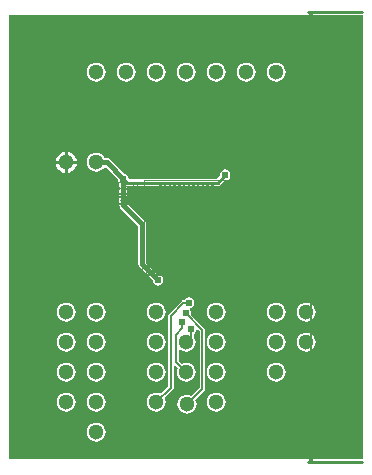
<source format=gbl>
G04 Layer_Physical_Order=2*
G04 Layer_Color=16711680*
%FSAX25Y25*%
%MOIN*%
G70*
G01*
G75*
%ADD24C,0.01000*%
%ADD25C,0.01500*%
%ADD26C,0.00600*%
%ADD29C,0.00800*%
%ADD31C,0.00200*%
%ADD32C,0.00300*%
%ADD33C,0.00394*%
%ADD34C,0.05118*%
%ADD35C,0.02400*%
%ADD36C,0.02598*%
G36*
X0059082Y-0079082D02*
X-0059082D01*
Y0069082D01*
X0059082D01*
Y-0079082D01*
D02*
G37*
%LPC*%
G36*
X-0040000Y-0036814D02*
X-0040825Y-0036922D01*
X-0041593Y-0037241D01*
X-0042253Y-0037747D01*
X-0042759Y-0038407D01*
X-0043078Y-0039175D01*
X-0043186Y-0040000D01*
X-0043078Y-0040825D01*
X-0042759Y-0041593D01*
X-0042253Y-0042253D01*
X-0041593Y-0042759D01*
X-0040825Y-0043078D01*
X-0040000Y-0043186D01*
X-0039175Y-0043078D01*
X-0038407Y-0042759D01*
X-0037747Y-0042253D01*
X-0037241Y-0041593D01*
X-0036922Y-0040825D01*
X-0036814Y-0040000D01*
X-0036922Y-0039175D01*
X-0037241Y-0038407D01*
X-0037747Y-0037747D01*
X-0038407Y-0037241D01*
X-0039175Y-0036922D01*
X-0040000Y-0036814D01*
D02*
G37*
G36*
X-0030000D02*
X-0030825Y-0036922D01*
X-0031593Y-0037241D01*
X-0032253Y-0037747D01*
X-0032759Y-0038407D01*
X-0033078Y-0039175D01*
X-0033186Y-0040000D01*
X-0033078Y-0040825D01*
X-0032759Y-0041593D01*
X-0032253Y-0042253D01*
X-0031593Y-0042759D01*
X-0030825Y-0043078D01*
X-0030000Y-0043186D01*
X-0029175Y-0043078D01*
X-0028407Y-0042759D01*
X-0027747Y-0042253D01*
X-0027241Y-0041593D01*
X-0026922Y-0040825D01*
X-0026814Y-0040000D01*
X-0026922Y-0039175D01*
X-0027241Y-0038407D01*
X-0027747Y-0037747D01*
X-0028407Y-0037241D01*
X-0029175Y-0036922D01*
X-0030000Y-0036814D01*
D02*
G37*
G36*
X0010000Y-0046814D02*
X0009175Y-0046922D01*
X0008407Y-0047241D01*
X0007747Y-0047747D01*
X0007241Y-0048407D01*
X0006922Y-0049175D01*
X0006814Y-0050000D01*
X0006922Y-0050825D01*
X0007241Y-0051593D01*
X0007747Y-0052253D01*
X0008407Y-0052759D01*
X0009175Y-0053078D01*
X0010000Y-0053186D01*
X0010825Y-0053078D01*
X0011593Y-0052759D01*
X0012253Y-0052253D01*
X0012759Y-0051593D01*
X0013078Y-0050825D01*
X0013186Y-0050000D01*
X0013078Y-0049175D01*
X0012759Y-0048407D01*
X0012253Y-0047747D01*
X0011593Y-0047241D01*
X0010825Y-0046922D01*
X0010000Y-0046814D01*
D02*
G37*
G36*
X0030000D02*
X0029175Y-0046922D01*
X0028407Y-0047241D01*
X0027747Y-0047747D01*
X0027241Y-0048407D01*
X0026922Y-0049175D01*
X0026814Y-0050000D01*
X0026922Y-0050825D01*
X0027241Y-0051593D01*
X0027747Y-0052253D01*
X0028407Y-0052759D01*
X0029175Y-0053078D01*
X0030000Y-0053186D01*
X0030825Y-0053078D01*
X0031593Y-0052759D01*
X0032253Y-0052253D01*
X0032759Y-0051593D01*
X0033078Y-0050825D01*
X0033186Y-0050000D01*
X0033078Y-0049175D01*
X0032759Y-0048407D01*
X0032253Y-0047747D01*
X0031593Y-0047241D01*
X0030825Y-0046922D01*
X0030000Y-0046814D01*
D02*
G37*
G36*
Y-0036814D02*
X0029175Y-0036922D01*
X0028407Y-0037241D01*
X0027747Y-0037747D01*
X0027241Y-0038407D01*
X0026922Y-0039175D01*
X0026814Y-0040000D01*
X0026922Y-0040825D01*
X0027241Y-0041593D01*
X0027747Y-0042253D01*
X0028407Y-0042759D01*
X0029175Y-0043078D01*
X0030000Y-0043186D01*
X0030825Y-0043078D01*
X0031593Y-0042759D01*
X0032253Y-0042253D01*
X0032759Y-0041593D01*
X0033078Y-0040825D01*
X0033186Y-0040000D01*
X0033078Y-0039175D01*
X0032759Y-0038407D01*
X0032253Y-0037747D01*
X0031593Y-0037241D01*
X0030825Y-0036922D01*
X0030000Y-0036814D01*
D02*
G37*
G36*
X0040000D02*
X0039175Y-0036922D01*
X0038407Y-0037241D01*
X0037747Y-0037747D01*
X0037241Y-0038407D01*
X0036922Y-0039175D01*
X0036814Y-0040000D01*
X0036922Y-0040825D01*
X0037241Y-0041593D01*
X0037747Y-0042253D01*
X0038407Y-0042759D01*
X0039175Y-0043078D01*
X0040000Y-0043186D01*
X0040825Y-0043078D01*
X0041593Y-0042759D01*
X0042253Y-0042253D01*
X0042759Y-0041593D01*
X0043078Y-0040825D01*
X0043186Y-0040000D01*
X0043078Y-0039175D01*
X0042759Y-0038407D01*
X0042253Y-0037747D01*
X0041593Y-0037241D01*
X0040825Y-0036922D01*
X0040000Y-0036814D01*
D02*
G37*
G36*
X-0010000D02*
X-0010825Y-0036922D01*
X-0011593Y-0037241D01*
X-0012253Y-0037747D01*
X-0012759Y-0038407D01*
X-0013078Y-0039175D01*
X-0013186Y-0040000D01*
X-0013078Y-0040825D01*
X-0012759Y-0041593D01*
X-0012253Y-0042253D01*
X-0011593Y-0042759D01*
X-0010825Y-0043078D01*
X-0010000Y-0043186D01*
X-0009175Y-0043078D01*
X-0008407Y-0042759D01*
X-0007747Y-0042253D01*
X-0007241Y-0041593D01*
X-0006922Y-0040825D01*
X-0006814Y-0040000D01*
X-0006922Y-0039175D01*
X-0007241Y-0038407D01*
X-0007747Y-0037747D01*
X-0008407Y-0037241D01*
X-0009175Y-0036922D01*
X-0010000Y-0036814D01*
D02*
G37*
G36*
X0010000D02*
X0009175Y-0036922D01*
X0008407Y-0037241D01*
X0007747Y-0037747D01*
X0007241Y-0038407D01*
X0006922Y-0039175D01*
X0006814Y-0040000D01*
X0006922Y-0040825D01*
X0007241Y-0041593D01*
X0007747Y-0042253D01*
X0008407Y-0042759D01*
X0009175Y-0043078D01*
X0010000Y-0043186D01*
X0010825Y-0043078D01*
X0011593Y-0042759D01*
X0012253Y-0042253D01*
X0012759Y-0041593D01*
X0013078Y-0040825D01*
X0013186Y-0040000D01*
X0013078Y-0039175D01*
X0012759Y-0038407D01*
X0012253Y-0037747D01*
X0011593Y-0037241D01*
X0010825Y-0036922D01*
X0010000Y-0036814D01*
D02*
G37*
G36*
X-0030000Y-0056814D02*
X-0030825Y-0056922D01*
X-0031593Y-0057241D01*
X-0032253Y-0057747D01*
X-0032759Y-0058407D01*
X-0033078Y-0059175D01*
X-0033186Y-0060000D01*
X-0033078Y-0060825D01*
X-0032759Y-0061593D01*
X-0032253Y-0062253D01*
X-0031593Y-0062759D01*
X-0030825Y-0063078D01*
X-0030000Y-0063186D01*
X-0029175Y-0063078D01*
X-0028407Y-0062759D01*
X-0027747Y-0062253D01*
X-0027241Y-0061593D01*
X-0026922Y-0060825D01*
X-0026814Y-0060000D01*
X-0026922Y-0059175D01*
X-0027241Y-0058407D01*
X-0027747Y-0057747D01*
X-0028407Y-0057241D01*
X-0029175Y-0056922D01*
X-0030000Y-0056814D01*
D02*
G37*
G36*
X0010000D02*
X0009175Y-0056922D01*
X0008407Y-0057241D01*
X0007747Y-0057747D01*
X0007241Y-0058407D01*
X0006922Y-0059175D01*
X0006814Y-0060000D01*
X0006922Y-0060825D01*
X0007241Y-0061593D01*
X0007747Y-0062253D01*
X0008407Y-0062759D01*
X0009175Y-0063078D01*
X0010000Y-0063186D01*
X0010825Y-0063078D01*
X0011593Y-0062759D01*
X0012253Y-0062253D01*
X0012759Y-0061593D01*
X0013078Y-0060825D01*
X0013186Y-0060000D01*
X0013078Y-0059175D01*
X0012759Y-0058407D01*
X0012253Y-0057747D01*
X0011593Y-0057241D01*
X0010825Y-0056922D01*
X0010000Y-0056814D01*
D02*
G37*
G36*
X-0030000Y-0066814D02*
X-0030825Y-0066922D01*
X-0031593Y-0067241D01*
X-0032253Y-0067747D01*
X-0032759Y-0068407D01*
X-0033078Y-0069175D01*
X-0033186Y-0070000D01*
X-0033078Y-0070825D01*
X-0032759Y-0071593D01*
X-0032253Y-0072253D01*
X-0031593Y-0072759D01*
X-0030825Y-0073078D01*
X-0030000Y-0073186D01*
X-0029175Y-0073078D01*
X-0028407Y-0072759D01*
X-0027747Y-0072253D01*
X-0027241Y-0071593D01*
X-0026922Y-0070825D01*
X-0026814Y-0070000D01*
X-0026922Y-0069175D01*
X-0027241Y-0068407D01*
X-0027747Y-0067747D01*
X-0028407Y-0067241D01*
X-0029175Y-0066922D01*
X-0030000Y-0066814D01*
D02*
G37*
G36*
X-0040000Y-0056814D02*
X-0040825Y-0056922D01*
X-0041593Y-0057241D01*
X-0042253Y-0057747D01*
X-0042759Y-0058407D01*
X-0043078Y-0059175D01*
X-0043186Y-0060000D01*
X-0043078Y-0060825D01*
X-0042759Y-0061593D01*
X-0042253Y-0062253D01*
X-0041593Y-0062759D01*
X-0040825Y-0063078D01*
X-0040000Y-0063186D01*
X-0039175Y-0063078D01*
X-0038407Y-0062759D01*
X-0037747Y-0062253D01*
X-0037241Y-0061593D01*
X-0036922Y-0060825D01*
X-0036814Y-0060000D01*
X-0036922Y-0059175D01*
X-0037241Y-0058407D01*
X-0037747Y-0057747D01*
X-0038407Y-0057241D01*
X-0039175Y-0056922D01*
X-0040000Y-0056814D01*
D02*
G37*
G36*
X-0030000Y-0046814D02*
X-0030825Y-0046922D01*
X-0031593Y-0047241D01*
X-0032253Y-0047747D01*
X-0032759Y-0048407D01*
X-0033078Y-0049175D01*
X-0033186Y-0050000D01*
X-0033078Y-0050825D01*
X-0032759Y-0051593D01*
X-0032253Y-0052253D01*
X-0031593Y-0052759D01*
X-0030825Y-0053078D01*
X-0030000Y-0053186D01*
X-0029175Y-0053078D01*
X-0028407Y-0052759D01*
X-0027747Y-0052253D01*
X-0027241Y-0051593D01*
X-0026922Y-0050825D01*
X-0026814Y-0050000D01*
X-0026922Y-0049175D01*
X-0027241Y-0048407D01*
X-0027747Y-0047747D01*
X-0028407Y-0047241D01*
X-0029175Y-0046922D01*
X-0030000Y-0046814D01*
D02*
G37*
G36*
X-0010000D02*
X-0010825Y-0046922D01*
X-0011593Y-0047241D01*
X-0012253Y-0047747D01*
X-0012759Y-0048407D01*
X-0013078Y-0049175D01*
X-0013186Y-0050000D01*
X-0013078Y-0050825D01*
X-0012759Y-0051593D01*
X-0012253Y-0052253D01*
X-0011593Y-0052759D01*
X-0010825Y-0053078D01*
X-0010000Y-0053186D01*
X-0009175Y-0053078D01*
X-0008407Y-0052759D01*
X-0007747Y-0052253D01*
X-0007241Y-0051593D01*
X-0006922Y-0050825D01*
X-0006814Y-0050000D01*
X-0006922Y-0049175D01*
X-0007241Y-0048407D01*
X-0007747Y-0047747D01*
X-0008407Y-0047241D01*
X-0009175Y-0046922D01*
X-0010000Y-0046814D01*
D02*
G37*
G36*
X0000841Y-0025085D02*
X0000139Y-0025224D01*
X-0000457Y-0025622D01*
X-0000711Y-0026002D01*
X-0000892D01*
X-0001244Y-0026072D01*
X-0001541Y-0026271D01*
X-0005770Y-0030500D01*
X-0005969Y-0030797D01*
X-0006038Y-0031148D01*
Y-0054741D01*
X-0008500Y-0057202D01*
X-0009175Y-0056922D01*
X-0010000Y-0056814D01*
X-0010825Y-0056922D01*
X-0011593Y-0057241D01*
X-0012253Y-0057747D01*
X-0012759Y-0058407D01*
X-0013078Y-0059175D01*
X-0013186Y-0060000D01*
X-0013078Y-0060825D01*
X-0012759Y-0061593D01*
X-0012253Y-0062253D01*
X-0011593Y-0062759D01*
X-0010825Y-0063078D01*
X-0010000Y-0063186D01*
X-0009175Y-0063078D01*
X-0008407Y-0062759D01*
X-0007747Y-0062253D01*
X-0007241Y-0061593D01*
X-0006922Y-0060825D01*
X-0006814Y-0060000D01*
X-0006922Y-0059175D01*
X-0007202Y-0058500D01*
X-0004472Y-0055770D01*
X-0004273Y-0055472D01*
X-0004203Y-0055121D01*
Y-0047802D01*
X-0003703Y-0047594D01*
X-0002798Y-0048500D01*
X-0003078Y-0049175D01*
X-0003186Y-0050000D01*
X-0003078Y-0050825D01*
X-0002759Y-0051593D01*
X-0002253Y-0052253D01*
X-0001593Y-0052759D01*
X-0000825Y-0053078D01*
X0000000Y-0053186D01*
X0000825Y-0053078D01*
X0001593Y-0052759D01*
X0002253Y-0052253D01*
X0002759Y-0051593D01*
X0003078Y-0050825D01*
X0003186Y-0050000D01*
X0003078Y-0049175D01*
X0002759Y-0048407D01*
X0002253Y-0047747D01*
X0001593Y-0047241D01*
X0000825Y-0046922D01*
X0000000Y-0046814D01*
X-0000825Y-0046922D01*
X-0001500Y-0047202D01*
X-0002541Y-0046161D01*
Y-0042662D01*
X-0002041Y-0042415D01*
X-0001593Y-0042759D01*
X-0000825Y-0043078D01*
X0000000Y-0043186D01*
X0000825Y-0043078D01*
X0001593Y-0042759D01*
X0002253Y-0042253D01*
X0002759Y-0041593D01*
X0003078Y-0040825D01*
X0003186Y-0040000D01*
X0003078Y-0039175D01*
X0002759Y-0038407D01*
X0002569Y-0038159D01*
Y-0037133D01*
X0002949Y-0036879D01*
X0003347Y-0036283D01*
X0003422Y-0035909D01*
X0003964Y-0035744D01*
X0004477Y-0036257D01*
Y-0055178D01*
X0001789Y-0057866D01*
X0001113Y-0057586D01*
X0000289Y-0057477D01*
X-0000536Y-0057586D01*
X-0001305Y-0057904D01*
X-0001964Y-0058411D01*
X-0002471Y-0059070D01*
X-0002789Y-0059839D01*
X-0002898Y-0060664D01*
X-0002789Y-0061488D01*
X-0002471Y-0062257D01*
X-0001964Y-0062917D01*
X-0001305Y-0063423D01*
X-0000536Y-0063741D01*
X0000289Y-0063850D01*
X0001113Y-0063741D01*
X0001882Y-0063423D01*
X0002542Y-0062917D01*
X0003048Y-0062257D01*
X0003366Y-0061488D01*
X0003475Y-0060664D01*
X0003366Y-0059839D01*
X0003087Y-0059163D01*
X0006043Y-0056207D01*
X0006242Y-0055909D01*
X0006312Y-0055558D01*
Y-0035877D01*
X0006242Y-0035526D01*
X0006043Y-0035228D01*
X0001689Y-0030873D01*
X0001778Y-0030425D01*
X0001638Y-0029723D01*
X0001275Y-0029179D01*
X0001319Y-0028906D01*
X0001413Y-0028641D01*
X0001543Y-0028615D01*
X0002139Y-0028218D01*
X0002537Y-0027622D01*
X0002676Y-0026920D01*
X0002537Y-0026217D01*
X0002139Y-0025622D01*
X0001543Y-0025224D01*
X0000841Y-0025085D01*
D02*
G37*
G36*
X-0040000Y-0046814D02*
X-0040825Y-0046922D01*
X-0041593Y-0047241D01*
X-0042253Y-0047747D01*
X-0042759Y-0048407D01*
X-0043078Y-0049175D01*
X-0043186Y-0050000D01*
X-0043078Y-0050825D01*
X-0042759Y-0051593D01*
X-0042253Y-0052253D01*
X-0041593Y-0052759D01*
X-0040825Y-0053078D01*
X-0040000Y-0053186D01*
X-0039175Y-0053078D01*
X-0038407Y-0052759D01*
X-0037747Y-0052253D01*
X-0037241Y-0051593D01*
X-0036922Y-0050825D01*
X-0036814Y-0050000D01*
X-0036922Y-0049175D01*
X-0037241Y-0048407D01*
X-0037747Y-0047747D01*
X-0038407Y-0047241D01*
X-0039175Y-0046922D01*
X-0040000Y-0046814D01*
D02*
G37*
G36*
Y-0026814D02*
X-0040825Y-0026922D01*
X-0041593Y-0027241D01*
X-0042253Y-0027747D01*
X-0042759Y-0028407D01*
X-0043078Y-0029175D01*
X-0043186Y-0030000D01*
X-0043078Y-0030825D01*
X-0042759Y-0031593D01*
X-0042253Y-0032253D01*
X-0041593Y-0032759D01*
X-0040825Y-0033078D01*
X-0040000Y-0033186D01*
X-0039175Y-0033078D01*
X-0038407Y-0032759D01*
X-0037747Y-0032253D01*
X-0037241Y-0031593D01*
X-0036922Y-0030825D01*
X-0036814Y-0030000D01*
X-0036922Y-0029175D01*
X-0037241Y-0028407D01*
X-0037747Y-0027747D01*
X-0038407Y-0027241D01*
X-0039175Y-0026922D01*
X-0040000Y-0026814D01*
D02*
G37*
G36*
X-0020000Y0053186D02*
X-0020825Y0053078D01*
X-0021593Y0052759D01*
X-0022253Y0052253D01*
X-0022759Y0051593D01*
X-0023078Y0050825D01*
X-0023186Y0050000D01*
X-0023078Y0049175D01*
X-0022759Y0048407D01*
X-0022253Y0047747D01*
X-0021593Y0047241D01*
X-0020825Y0046922D01*
X-0020000Y0046814D01*
X-0019175Y0046922D01*
X-0018407Y0047241D01*
X-0017747Y0047747D01*
X-0017241Y0048407D01*
X-0016922Y0049175D01*
X-0016814Y0050000D01*
X-0016922Y0050825D01*
X-0017241Y0051593D01*
X-0017747Y0052253D01*
X-0018407Y0052759D01*
X-0019175Y0053078D01*
X-0020000Y0053186D01*
D02*
G37*
G36*
X-0010000D02*
X-0010825Y0053078D01*
X-0011593Y0052759D01*
X-0012253Y0052253D01*
X-0012759Y0051593D01*
X-0013078Y0050825D01*
X-0013186Y0050000D01*
X-0013078Y0049175D01*
X-0012759Y0048407D01*
X-0012253Y0047747D01*
X-0011593Y0047241D01*
X-0010825Y0046922D01*
X-0010000Y0046814D01*
X-0009175Y0046922D01*
X-0008407Y0047241D01*
X-0007747Y0047747D01*
X-0007241Y0048407D01*
X-0006922Y0049175D01*
X-0006814Y0050000D01*
X-0006922Y0050825D01*
X-0007241Y0051593D01*
X-0007747Y0052253D01*
X-0008407Y0052759D01*
X-0009175Y0053078D01*
X-0010000Y0053186D01*
D02*
G37*
G36*
X-0039500Y0023524D02*
Y0020500D01*
X-0036476D01*
X-0036533Y0020929D01*
X-0036891Y0021795D01*
X-0037462Y0022538D01*
X-0038205Y0023109D01*
X-0039071Y0023467D01*
X-0039500Y0023524D01*
D02*
G37*
G36*
X-0030000Y0053186D02*
X-0030825Y0053078D01*
X-0031593Y0052759D01*
X-0032253Y0052253D01*
X-0032759Y0051593D01*
X-0033078Y0050825D01*
X-0033186Y0050000D01*
X-0033078Y0049175D01*
X-0032759Y0048407D01*
X-0032253Y0047747D01*
X-0031593Y0047241D01*
X-0030825Y0046922D01*
X-0030000Y0046814D01*
X-0029175Y0046922D01*
X-0028407Y0047241D01*
X-0027747Y0047747D01*
X-0027241Y0048407D01*
X-0026922Y0049175D01*
X-0026814Y0050000D01*
X-0026922Y0050825D01*
X-0027241Y0051593D01*
X-0027747Y0052253D01*
X-0028407Y0052759D01*
X-0029175Y0053078D01*
X-0030000Y0053186D01*
D02*
G37*
G36*
X0020000D02*
X0019175Y0053078D01*
X0018407Y0052759D01*
X0017747Y0052253D01*
X0017241Y0051593D01*
X0016922Y0050825D01*
X0016814Y0050000D01*
X0016922Y0049175D01*
X0017241Y0048407D01*
X0017747Y0047747D01*
X0018407Y0047241D01*
X0019175Y0046922D01*
X0020000Y0046814D01*
X0020825Y0046922D01*
X0021593Y0047241D01*
X0022253Y0047747D01*
X0022759Y0048407D01*
X0023078Y0049175D01*
X0023186Y0050000D01*
X0023078Y0050825D01*
X0022759Y0051593D01*
X0022253Y0052253D01*
X0021593Y0052759D01*
X0020825Y0053078D01*
X0020000Y0053186D01*
D02*
G37*
G36*
X0030000D02*
X0029175Y0053078D01*
X0028407Y0052759D01*
X0027747Y0052253D01*
X0027241Y0051593D01*
X0026922Y0050825D01*
X0026814Y0050000D01*
X0026922Y0049175D01*
X0027241Y0048407D01*
X0027747Y0047747D01*
X0028407Y0047241D01*
X0029175Y0046922D01*
X0030000Y0046814D01*
X0030825Y0046922D01*
X0031593Y0047241D01*
X0032253Y0047747D01*
X0032759Y0048407D01*
X0033078Y0049175D01*
X0033186Y0050000D01*
X0033078Y0050825D01*
X0032759Y0051593D01*
X0032253Y0052253D01*
X0031593Y0052759D01*
X0030825Y0053078D01*
X0030000Y0053186D01*
D02*
G37*
G36*
X0000000D02*
X-0000825Y0053078D01*
X-0001593Y0052759D01*
X-0002253Y0052253D01*
X-0002759Y0051593D01*
X-0003078Y0050825D01*
X-0003186Y0050000D01*
X-0003078Y0049175D01*
X-0002759Y0048407D01*
X-0002253Y0047747D01*
X-0001593Y0047241D01*
X-0000825Y0046922D01*
X0000000Y0046814D01*
X0000825Y0046922D01*
X0001593Y0047241D01*
X0002253Y0047747D01*
X0002759Y0048407D01*
X0003078Y0049175D01*
X0003186Y0050000D01*
X0003078Y0050825D01*
X0002759Y0051593D01*
X0002253Y0052253D01*
X0001593Y0052759D01*
X0000825Y0053078D01*
X0000000Y0053186D01*
D02*
G37*
G36*
X0010000D02*
X0009175Y0053078D01*
X0008407Y0052759D01*
X0007747Y0052253D01*
X0007241Y0051593D01*
X0006922Y0050825D01*
X0006814Y0050000D01*
X0006922Y0049175D01*
X0007241Y0048407D01*
X0007747Y0047747D01*
X0008407Y0047241D01*
X0009175Y0046922D01*
X0010000Y0046814D01*
X0010825Y0046922D01*
X0011593Y0047241D01*
X0012253Y0047747D01*
X0012759Y0048407D01*
X0013078Y0049175D01*
X0013186Y0050000D01*
X0013078Y0050825D01*
X0012759Y0051593D01*
X0012253Y0052253D01*
X0011593Y0052759D01*
X0010825Y0053078D01*
X0010000Y0053186D01*
D02*
G37*
G36*
X-0040500Y0023524D02*
X-0040929Y0023467D01*
X-0041795Y0023109D01*
X-0042538Y0022538D01*
X-0043109Y0021795D01*
X-0043467Y0020929D01*
X-0043524Y0020500D01*
X-0040500D01*
Y0023524D01*
D02*
G37*
G36*
X0010000Y-0026814D02*
X0009175Y-0026922D01*
X0008407Y-0027241D01*
X0007747Y-0027747D01*
X0007241Y-0028407D01*
X0006922Y-0029175D01*
X0006814Y-0030000D01*
X0006922Y-0030825D01*
X0007241Y-0031593D01*
X0007747Y-0032253D01*
X0008407Y-0032759D01*
X0009175Y-0033078D01*
X0010000Y-0033186D01*
X0010825Y-0033078D01*
X0011593Y-0032759D01*
X0012253Y-0032253D01*
X0012759Y-0031593D01*
X0013078Y-0030825D01*
X0013186Y-0030000D01*
X0013078Y-0029175D01*
X0012759Y-0028407D01*
X0012253Y-0027747D01*
X0011593Y-0027241D01*
X0010825Y-0026922D01*
X0010000Y-0026814D01*
D02*
G37*
G36*
X0030000D02*
X0029175Y-0026922D01*
X0028407Y-0027241D01*
X0027747Y-0027747D01*
X0027241Y-0028407D01*
X0026922Y-0029175D01*
X0026814Y-0030000D01*
X0026922Y-0030825D01*
X0027241Y-0031593D01*
X0027747Y-0032253D01*
X0028407Y-0032759D01*
X0029175Y-0033078D01*
X0030000Y-0033186D01*
X0030825Y-0033078D01*
X0031593Y-0032759D01*
X0032253Y-0032253D01*
X0032759Y-0031593D01*
X0033078Y-0030825D01*
X0033186Y-0030000D01*
X0033078Y-0029175D01*
X0032759Y-0028407D01*
X0032253Y-0027747D01*
X0031593Y-0027241D01*
X0030825Y-0026922D01*
X0030000Y-0026814D01*
D02*
G37*
G36*
X-0030000D02*
X-0030825Y-0026922D01*
X-0031593Y-0027241D01*
X-0032253Y-0027747D01*
X-0032759Y-0028407D01*
X-0033078Y-0029175D01*
X-0033186Y-0030000D01*
X-0033078Y-0030825D01*
X-0032759Y-0031593D01*
X-0032253Y-0032253D01*
X-0031593Y-0032759D01*
X-0030825Y-0033078D01*
X-0030000Y-0033186D01*
X-0029175Y-0033078D01*
X-0028407Y-0032759D01*
X-0027747Y-0032253D01*
X-0027241Y-0031593D01*
X-0026922Y-0030825D01*
X-0026814Y-0030000D01*
X-0026922Y-0029175D01*
X-0027241Y-0028407D01*
X-0027747Y-0027747D01*
X-0028407Y-0027241D01*
X-0029175Y-0026922D01*
X-0030000Y-0026814D01*
D02*
G37*
G36*
X-0010000D02*
X-0010825Y-0026922D01*
X-0011593Y-0027241D01*
X-0012253Y-0027747D01*
X-0012759Y-0028407D01*
X-0013078Y-0029175D01*
X-0013186Y-0030000D01*
X-0013078Y-0030825D01*
X-0012759Y-0031593D01*
X-0012253Y-0032253D01*
X-0011593Y-0032759D01*
X-0010825Y-0033078D01*
X-0010000Y-0033186D01*
X-0009175Y-0033078D01*
X-0008407Y-0032759D01*
X-0007747Y-0032253D01*
X-0007241Y-0031593D01*
X-0006922Y-0030825D01*
X-0006814Y-0030000D01*
X-0006922Y-0029175D01*
X-0007241Y-0028407D01*
X-0007747Y-0027747D01*
X-0008407Y-0027241D01*
X-0009175Y-0026922D01*
X-0010000Y-0026814D01*
D02*
G37*
G36*
X-0040500Y0019500D02*
X-0043524D01*
X-0043467Y0019071D01*
X-0043109Y0018205D01*
X-0042538Y0017462D01*
X-0041795Y0016891D01*
X-0040929Y0016533D01*
X-0040500Y0016476D01*
Y0019500D01*
D02*
G37*
G36*
X-0036476D02*
X-0039500D01*
Y0016476D01*
X-0039071Y0016533D01*
X-0038205Y0016891D01*
X-0037462Y0017462D01*
X-0036891Y0018205D01*
X-0036533Y0019071D01*
X-0036476Y0019500D01*
D02*
G37*
G36*
X0040000Y-0026814D02*
X0039175Y-0026922D01*
X0038407Y-0027241D01*
X0037747Y-0027747D01*
X0037241Y-0028407D01*
X0036922Y-0029175D01*
X0036814Y-0030000D01*
X0036922Y-0030825D01*
X0037241Y-0031593D01*
X0037747Y-0032253D01*
X0038407Y-0032759D01*
X0039175Y-0033078D01*
X0040000Y-0033186D01*
X0040825Y-0033078D01*
X0041593Y-0032759D01*
X0042253Y-0032253D01*
X0042759Y-0031593D01*
X0043078Y-0030825D01*
X0043186Y-0030000D01*
X0043078Y-0029175D01*
X0042759Y-0028407D01*
X0042253Y-0027747D01*
X0041593Y-0027241D01*
X0040825Y-0026922D01*
X0040000Y-0026814D01*
D02*
G37*
G36*
X-0030000Y0023186D02*
X-0030825Y0023078D01*
X-0031593Y0022759D01*
X-0032253Y0022253D01*
X-0032759Y0021593D01*
X-0033078Y0020825D01*
X-0033186Y0020000D01*
X-0033078Y0019175D01*
X-0032759Y0018407D01*
X-0032253Y0017747D01*
X-0031593Y0017241D01*
X-0030825Y0016922D01*
X-0030000Y0016814D01*
X-0029175Y0016922D01*
X-0028407Y0017241D01*
X-0027747Y0017747D01*
X-0027383Y0018221D01*
X-0026851Y0018316D01*
X-0026747Y0018292D01*
X-0022792Y0014337D01*
X-0022680Y0013774D01*
X-0022361Y0013296D01*
Y0005666D01*
X-0022256Y0005139D01*
X-0021958Y0004692D01*
X-0015971Y-0001294D01*
Y-0014105D01*
X-0015867Y-0014632D01*
X-0015568Y-0015078D01*
X-0011208Y-0019439D01*
X-0011096Y-0020002D01*
X-0010698Y-0020598D01*
X-0010102Y-0020996D01*
X-0009400Y-0021135D01*
X-0008698Y-0020996D01*
X-0008102Y-0020598D01*
X-0007704Y-0020002D01*
X-0007565Y-0019300D01*
X-0007704Y-0018598D01*
X-0008102Y-0018002D01*
X-0008698Y-0017604D01*
X-0009261Y-0017492D01*
X-0013218Y-0013535D01*
Y-0000724D01*
X-0013323Y-0000197D01*
X-0013622Y0000250D01*
X-0019608Y0006236D01*
Y0012078D01*
X0010499D01*
X0010499Y0012078D01*
X0010928Y0012164D01*
X0011292Y0012407D01*
X0012891Y0014007D01*
X0013099Y0013965D01*
X0013802Y0014105D01*
X0014397Y0014503D01*
X0014795Y0015098D01*
X0014935Y0015801D01*
X0014795Y0016503D01*
X0014397Y0017098D01*
X0013802Y0017496D01*
X0013099Y0017636D01*
X0012397Y0017496D01*
X0011802Y0017098D01*
X0011404Y0016503D01*
X0011264Y0015801D01*
X0011305Y0015593D01*
X0010034Y0014322D01*
X-0019022D01*
X-0019149Y0014476D01*
X-0019289Y0015179D01*
X-0019687Y0015774D01*
X-0020282Y0016172D01*
X-0020845Y0016284D01*
X-0025535Y0020973D01*
X-0025981Y0021272D01*
X-0026508Y0021376D01*
X-0027151D01*
X-0027241Y0021593D01*
X-0027747Y0022253D01*
X-0028407Y0022759D01*
X-0029175Y0023078D01*
X-0030000Y0023186D01*
D02*
G37*
%LPD*%
D24*
X-0020984Y0014476D02*
X-0019708Y0013200D01*
X0010499D02*
X0013099Y0015801D01*
X-0019708Y0013200D02*
X0010499D01*
X0040700Y-0080000D02*
X0058700D01*
X0040700Y0070000D02*
X0058700D01*
D25*
X-0030000Y0020000D02*
X-0026508D01*
X-0020984Y0014476D01*
Y0005666D02*
Y0014476D01*
X-0014595Y-0014105D02*
Y-0000724D01*
X-0020984Y0005666D02*
X-0014595Y-0000724D01*
Y-0014105D02*
X-0009400Y-0019300D01*
D26*
X0000000Y-0040000D02*
X0001652Y-0038348D01*
X-0003459Y-0046541D02*
X0000000Y-0050000D01*
X0005394Y-0055558D02*
Y-0035877D01*
X0000289Y-0060664D02*
X0005394Y-0055558D01*
X-0010000Y-0060000D02*
X-0005121Y-0055121D01*
Y-0031148D01*
X-0003459Y-0046541D02*
Y-0037562D01*
X-0001274Y-0035377D01*
X-0000058Y-0030425D02*
X0005394Y-0035877D01*
X-0001274Y-0035377D02*
Y-0033437D01*
X0001652Y-0038348D02*
Y-0035581D01*
X-0005121Y-0031148D02*
X-0000892Y-0026920D01*
X0000841D01*
X0040634Y-0022428D02*
X0039801Y-0021595D01*
Y-0019929D01*
X0040634Y-0019096D01*
X0041467D01*
X0042300Y-0019929D01*
Y-0020762D01*
Y-0019929D01*
X0043133Y-0019096D01*
X0043966D01*
X0044799Y-0019929D01*
Y-0021595D01*
X0043966Y-0022428D01*
X0040634Y-0017430D02*
X0039801Y-0016597D01*
Y-0014931D01*
X0040634Y-0014098D01*
X0041467D01*
X0042300Y-0014931D01*
X0043133Y-0014098D01*
X0043966D01*
X0044799Y-0014931D01*
Y-0016597D01*
X0043966Y-0017430D01*
X0043133D01*
X0042300Y-0016597D01*
X0041467Y-0017430D01*
X0040634D01*
X0042300Y-0016597D02*
Y-0014931D01*
X0044799Y-0012431D02*
X0043966D01*
Y-0011598D01*
X0044799D01*
Y-0012431D01*
Y-0008266D02*
Y-0006600D01*
Y-0007433D01*
X0039801D01*
X0040634Y-0008266D01*
Y-0004101D02*
X0039801Y-0003268D01*
Y-0001602D01*
X0040634Y-0000769D01*
X0043966D01*
X0044799Y-0001602D01*
Y-0003268D01*
X0043966Y-0004101D01*
X0040634D01*
X0044799Y0000898D02*
X0041467D01*
Y0001731D01*
X0042300Y0002564D01*
X0044799D01*
X0042300D01*
X0041467Y0003397D01*
X0042300Y0004230D01*
X0044799D01*
Y0005896D02*
X0041467D01*
Y0006729D01*
X0042300Y0007562D01*
X0044799D01*
X0042300D01*
X0041467Y0008395D01*
X0042300Y0009228D01*
X0044799D01*
D29*
X0041700Y-0080000D02*
Y-0024028D01*
Y0010828D02*
Y0070000D01*
Y-0080000D02*
X0043033Y-0076000D01*
X0040367D02*
X0041700Y-0080000D01*
X0040367Y0066000D02*
X0041700Y0070000D01*
X0043033Y0066000D01*
D31*
X-0031471Y-0010483D02*
X-0031467Y-0011683D01*
X-0030867Y-0011681D01*
X-0030668Y-0011480D01*
X-0030670Y-0010680D01*
X-0030871Y-0010481D01*
X-0031471Y-0010483D01*
X-0029667Y-0011677D02*
X-0030067Y-0011678D01*
X-0030268Y-0011479D01*
X-0030269Y-0011079D01*
X-0030070Y-0010878D01*
X-0029670Y-0010877D01*
X-0029470Y-0011076D01*
X-0029469Y-0011276D01*
X-0030269Y-0011279D01*
X-0029068Y-0011675D02*
X-0028468Y-0011673D01*
X-0028269Y-0011472D01*
X-0028469Y-0011273D01*
X-0028869Y-0011274D01*
X-0029070Y-0011075D01*
X-0028870Y-0010874D01*
X-0028271Y-0010872D01*
X-0027868Y-0011671D02*
X-0027468Y-0011670D01*
X-0027668Y-0011670D01*
X-0027671Y-0010870D01*
X-0027871Y-0010871D01*
X-0026467Y-0012066D02*
X-0026267Y-0012065D01*
X-0026068Y-0011865D01*
X-0026071Y-0010865D01*
X-0026671Y-0010867D01*
X-0026870Y-0011068D01*
X-0026869Y-0011468D01*
X-0026669Y-0011667D01*
X-0026069Y-0011665D01*
X-0025669Y-0011664D02*
X-0025671Y-0010864D01*
X-0025072Y-0010862D01*
X-0024871Y-0011061D01*
X-0024869Y-0011661D01*
X-0024272Y-0010859D02*
X-0023872Y-0010858D01*
X-0023672Y-0011057D01*
X-0023670Y-0011657D01*
X-0024269Y-0011659D01*
X-0024470Y-0011460D01*
X-0024271Y-0011259D01*
X-0023671Y-0011257D01*
X-0023073Y-0010655D02*
X-0023072Y-0010855D01*
X-0023272Y-0010856D01*
X-0022872Y-0010855D01*
X-0023072Y-0010855D01*
X-0023070Y-0011455D01*
X-0022870Y-0011654D01*
X-0022070Y-0011652D02*
X-0021670Y-0011650D01*
X-0021471Y-0011450D01*
X-0021472Y-0011050D01*
X-0021673Y-0010851D01*
X-0022073Y-0010852D01*
X-0022272Y-0011052D01*
X-0022271Y-0011452D01*
X-0022070Y-0011652D01*
X-0021073Y-0010849D02*
X-0021070Y-0011648D01*
X-0021072Y-0011248D01*
X-0020872Y-0011048D01*
X-0020673Y-0010847D01*
X-0020473Y-0010847D01*
X-0004100Y0026300D02*
X-0004300Y0026500D01*
X-0004700D01*
X-0004900Y0026300D01*
Y0025500D01*
X-0004700Y0025300D01*
X-0004300D01*
X-0004100Y0025500D01*
X-0003700Y0025300D02*
X-0003300D01*
X-0003500D01*
Y0026500D01*
X-0003700Y0026300D01*
X-0002701D02*
X-0002501Y0026500D01*
X-0002101D01*
X-0001901Y0026300D01*
Y0026100D01*
X-0002101Y0025900D01*
X-0002301D01*
X-0002101D01*
X-0001901Y0025700D01*
Y0025500D01*
X-0002101Y0025300D01*
X-0002501D01*
X-0002701Y0025500D01*
X-0014131Y0029108D02*
X-0015049Y0028337D01*
X-0014536Y0027724D01*
X-0013513Y0028060D02*
X-0013231Y0028036D01*
X-0012974Y0027729D01*
X-0012999Y0027448D01*
X-0013152Y0027319D01*
X-0013433Y0027344D01*
X-0013562Y0027497D01*
X-0013433Y0027344D01*
X-0013458Y0027062D01*
X-0013611Y0026934D01*
X-0013893Y0026958D01*
X-0014150Y0027264D01*
X-0014125Y0027546D01*
X0020400Y-0001400D02*
Y-0002600D01*
X0021200D01*
X0021600D02*
X0022000D01*
X0021800D01*
Y-0001400D01*
X0021600Y-0001600D01*
X-0023400Y0002700D02*
X-0023200Y0002900D01*
Y0003300D01*
X-0023400Y0003500D01*
X-0024200D01*
X-0024400Y0003300D01*
Y0002900D01*
X-0024200Y0002700D01*
X-0024400Y0002300D02*
Y0001901D01*
Y0002101D01*
X-0023200D01*
X-0023400Y0002300D01*
X-0024400Y0001301D02*
Y0000901D01*
Y0001101D01*
X-0023200D01*
X-0023400Y0001301D01*
X0015500Y0017200D02*
X0015300Y0017000D01*
Y0016601D01*
X0015500Y0016401D01*
X0016299D01*
X0016499Y0016601D01*
Y0017000D01*
X0016299Y0017200D01*
X0015500Y0017600D02*
X0015300Y0017800D01*
Y0018200D01*
X0015500Y0018400D01*
X0015700D01*
X0015900Y0018200D01*
X0016100Y0018400D01*
X0016299D01*
X0016499Y0018200D01*
Y0017800D01*
X0016299Y0017600D01*
X0016100D01*
X0015900Y0017800D01*
X0015700Y0017600D01*
X0015500D01*
X0015900Y0017800D02*
Y0018200D01*
X0019900Y0010700D02*
X0019700Y0010900D01*
X0019300D01*
X0019100Y0010700D01*
Y0009900D01*
X0019300Y0009700D01*
X0019700D01*
X0019900Y0009900D01*
X0020300Y0010900D02*
X0021099D01*
Y0010700D01*
X0020300Y0009900D01*
Y0009700D01*
X0021700Y0006400D02*
X0021900Y0006200D01*
X0022300D01*
X0022500Y0006400D01*
Y0007200D01*
X0022300Y0007400D01*
X0021900D01*
X0021700Y0007200D01*
X0020501Y0006200D02*
X0020900Y0006400D01*
X0021300Y0006800D01*
Y0007200D01*
X0021101Y0007400D01*
X0020701D01*
X0020501Y0007200D01*
Y0007000D01*
X0020701Y0006800D01*
X0021300D01*
X-0010300Y-0016500D02*
X-0010100Y-0016700D01*
X-0009700D01*
X-0009500Y-0016500D01*
Y-0015700D01*
X-0009700Y-0015500D01*
X-0010100D01*
X-0010300Y-0015700D01*
X-0011499Y-0016700D02*
X-0010700D01*
Y-0016100D01*
X-0011100Y-0016300D01*
X-0011299D01*
X-0011499Y-0016100D01*
Y-0015700D01*
X-0011299Y-0015500D01*
X-0010900D01*
X-0010700Y-0015700D01*
X-0020100Y0007000D02*
X-0019900Y0006800D01*
X-0019500D01*
X-0019300Y0007000D01*
Y0007800D01*
X-0019500Y0008000D01*
X-0019900D01*
X-0020100Y0007800D01*
X-0021099Y0008000D02*
Y0006800D01*
X-0020500Y0007400D01*
X-0021299D01*
X0016900Y0000900D02*
X0017100Y0001100D01*
Y0001500D01*
X0016900Y0001700D01*
X0016100D01*
X0015900Y0001500D01*
Y0001100D01*
X0016100Y0000900D01*
X0016900Y0000500D02*
X0017100Y0000301D01*
Y-0000099D01*
X0016900Y-0000299D01*
X0016700D01*
X0016500Y-0000099D01*
Y0000100D01*
Y-0000099D01*
X0016300Y-0000299D01*
X0016100D01*
X0015900Y-0000099D01*
Y0000301D01*
X0016100Y0000500D01*
X0019000Y0017200D02*
X0018800Y0017000D01*
Y0016601D01*
X0019000Y0016401D01*
X0019799D01*
X0019999Y0016601D01*
Y0017000D01*
X0019799Y0017200D01*
X0019999Y0018400D02*
Y0017600D01*
X0019200Y0018400D01*
X0019000D01*
X0018800Y0018200D01*
Y0017800D01*
X0019000Y0017600D01*
X0033799Y0019001D02*
X0033999Y0019201D01*
Y0019601D01*
X0033799Y0019801D01*
X0032999D01*
X0032799Y0019601D01*
Y0019201D01*
X0032999Y0019001D01*
X0032799Y0018601D02*
Y0018201D01*
Y0018401D01*
X0033999D01*
X0033799Y0018601D01*
D32*
X-0027900Y0004799D02*
X-0029400D01*
Y0004050D01*
X-0029150Y0003799D01*
X-0028150D01*
X-0027900Y0004050D01*
Y0004799D01*
X-0029400Y0002550D02*
Y0003050D01*
X-0029150Y0003300D01*
X-0028650D01*
X-0028400Y0003050D01*
Y0002550D01*
X-0028650Y0002300D01*
X-0028900D01*
Y0003300D01*
X-0029400Y0001800D02*
Y0001050D01*
X-0029150Y0000800D01*
X-0028900Y0001050D01*
Y0001550D01*
X-0028650Y0001800D01*
X-0028400Y0001550D01*
Y0000800D01*
X-0029400Y0000301D02*
Y-0000199D01*
Y0000051D01*
X-0028400D01*
Y0000301D01*
X-0029900Y-0001449D02*
Y-0001699D01*
X-0029650Y-0001949D01*
X-0028400D01*
Y-0001199D01*
X-0028650Y-0000949D01*
X-0029150D01*
X-0029400Y-0001199D01*
Y-0001949D01*
Y-0002448D02*
X-0028400D01*
Y-0003198D01*
X-0028650Y-0003448D01*
X-0029400D01*
X-0028400Y-0004198D02*
Y-0004698D01*
X-0028650Y-0004948D01*
X-0029400D01*
Y-0004198D01*
X-0029150Y-0003948D01*
X-0028900Y-0004198D01*
Y-0004948D01*
X-0028150Y-0005697D02*
X-0028400D01*
Y-0005447D01*
Y-0005947D01*
Y-0005697D01*
X-0029150D01*
X-0029400Y-0005947D01*
Y-0006947D02*
Y-0007447D01*
X-0029150Y-0007697D01*
X-0028650D01*
X-0028400Y-0007447D01*
Y-0006947D01*
X-0028650Y-0006697D01*
X-0029150D01*
X-0029400Y-0006947D01*
X-0028400Y-0008197D02*
X-0029400D01*
X-0028900D01*
X-0028650Y-0008447D01*
X-0028400Y-0008697D01*
Y-0008946D01*
X-0030715Y0012472D02*
Y0010973D01*
X-0029965D01*
X-0029715Y0011223D01*
Y0012223D01*
X-0029965Y0012472D01*
X-0030715D01*
X-0028466Y0010973D02*
X-0028965D01*
X-0029215Y0011223D01*
Y0011723D01*
X-0028965Y0011973D01*
X-0028466D01*
X-0028216Y0011723D01*
Y0011473D01*
X-0029215D01*
X-0027716Y0010973D02*
X-0026966D01*
X-0026716Y0011223D01*
X-0026966Y0011473D01*
X-0027466D01*
X-0027716Y0011723D01*
X-0027466Y0011973D01*
X-0026716D01*
X-0026216Y0010973D02*
X-0025716D01*
X-0025966D01*
Y0011973D01*
X-0026216D01*
X-0024467Y0010473D02*
X-0024217D01*
X-0023967Y0010723D01*
Y0011973D01*
X-0024717D01*
X-0024967Y0011723D01*
Y0011223D01*
X-0024717Y0010973D01*
X-0023967D01*
X-0023467D02*
Y0011973D01*
X-0022717D01*
X-0022467Y0011723D01*
Y0010973D01*
X-0021718Y0011973D02*
X-0021218D01*
X-0020968Y0011723D01*
Y0010973D01*
X-0021718D01*
X-0021968Y0011223D01*
X-0021718Y0011473D01*
X-0020968D01*
X-0020218Y0012223D02*
Y0011973D01*
X-0020468D01*
X-0019968D01*
X-0020218D01*
Y0011223D01*
X-0019968Y0010973D01*
X-0018969D02*
X-0018469D01*
X-0018219Y0011223D01*
Y0011723D01*
X-0018469Y0011973D01*
X-0018969D01*
X-0019218Y0011723D01*
Y0011223D01*
X-0018969Y0010973D01*
X-0017719Y0011973D02*
Y0010973D01*
Y0011473D01*
X-0017469Y0011723D01*
X-0017219Y0011973D01*
X-0016969D01*
X0029155Y0017389D02*
X0028156Y0018888D01*
Y0017389D02*
X0029155Y0018888D01*
X0027656D02*
X0027156D01*
X0027406D01*
Y0017389D01*
X0027656Y0017639D01*
X-0004331Y0000712D02*
Y-0000538D01*
X-0004081Y-0000787D01*
X-0003581D01*
X-0003331Y-0000538D01*
Y0000712D01*
X-0002831Y-0000787D02*
X-0002331D01*
X-0002581D01*
Y0000712D01*
X-0002831Y0000462D01*
X-0008188Y0021976D02*
X-0009687D01*
Y0020977D01*
Y0019477D02*
Y0020477D01*
X-0008688Y0019477D01*
X-0008438D01*
X-0008188Y0019727D01*
Y0020227D01*
X-0008438Y0020477D01*
X-0011358Y0032565D02*
X-0011327Y0032917D01*
X-0011648Y0033300D01*
X-0012000Y0033331D01*
X-0012766Y0032688D01*
X-0012797Y0032336D01*
X-0012476Y0031953D01*
X-0012124Y0031922D01*
X-0011994Y0031379D02*
X-0011672Y0030996D01*
X-0011833Y0031187D01*
X-0010684Y0032151D01*
X-0011037Y0032182D01*
X-0010233Y0031225D02*
X-0009881Y0031194D01*
X-0009560Y0030811D01*
X-0009591Y0030459D01*
X-0010357Y0029816D01*
X-0010709Y0029847D01*
X-0011030Y0030230D01*
X-0010999Y0030582D01*
X-0010233Y0031225D01*
D33*
X0022856Y0014951D02*
G03*
X0022462Y0015345I-0000394J0000000D01*
G01*
Y0020857D02*
G03*
X0022856Y0021250I0000000J0000394D01*
G01*
X0029943D02*
G03*
X0030336Y0020857I0000394J0000000D01*
G01*
Y0015345D02*
G03*
X0029943Y0014951I0000000J-0000394D01*
G01*
X0023368Y0020739D02*
G03*
X0022974Y0020345I0000000J-0000394D01*
G01*
X0029825D02*
G03*
X0029431Y0020739I-0000394J0000000D01*
G01*
X0022974Y0015857D02*
G03*
X0023368Y0015463I0000394J0000000D01*
G01*
X0029431D02*
G03*
X0029825Y0015857I0000000J0000394D01*
G01*
X-0012090Y0007564D02*
G03*
X-0012090Y0006814I0000000J-0000375D01*
G01*
Y0005990D02*
G03*
X-0012090Y0005240I0000000J-0000375D01*
G01*
Y0004415D02*
G03*
X-0012090Y0003665I0000000J-0000375D01*
G01*
Y0002840D02*
G03*
X-0012090Y0002090I0000000J-0000375D01*
G01*
Y0001265D02*
G03*
X-0012090Y0000515I0000000J-0000375D01*
G01*
Y-0000310D02*
G03*
X-0012090Y-0001060I0000000J-0000375D01*
G01*
Y-0001884D02*
G03*
X-0012090Y-0002634I0000000J-0000375D01*
G01*
Y-0003459D02*
G03*
X-0012090Y-0004209I0000000J-0000375D01*
G01*
Y-0005034D02*
G03*
X-0012090Y-0005784I0000000J-0000375D01*
G01*
Y-0006609D02*
G03*
X-0012090Y-0007359I0000000J-0000375D01*
G01*
Y-0008184D02*
G03*
X-0012090Y-0008934I0000000J-0000375D01*
G01*
Y0009139D02*
G03*
X-0012090Y0008389I0000000J-0000375D01*
G01*
X-0006615Y0007874D02*
G03*
X-0006615Y0007874I-0001259J0000000D01*
G01*
X-0009139Y-0012090D02*
G03*
X-0008389Y-0012090I0000375J0000000D01*
G01*
X0008184D02*
G03*
X0008934Y-0012090I0000375J0000000D01*
G01*
X0006609D02*
G03*
X0007359Y-0012090I0000375J0000000D01*
G01*
X0005034D02*
G03*
X0005784Y-0012090I0000375J0000000D01*
G01*
X0003459Y-0012090D02*
G03*
X0004209Y-0012090I0000375J0000000D01*
G01*
X0001884D02*
G03*
X0002634Y-0012090I0000375J0000000D01*
G01*
X0000310D02*
G03*
X0001060Y-0012090I0000375J0000000D01*
G01*
X-0001265Y-0012090D02*
G03*
X-0000515Y-0012090I0000375J0000000D01*
G01*
X-0002840Y-0012090D02*
G03*
X-0002090Y-0012090I0000375J0000000D01*
G01*
X-0004415Y-0012090D02*
G03*
X-0003665Y-0012090I0000375J0000000D01*
G01*
X-0005990D02*
G03*
X-0005240Y-0012090I0000375J0000000D01*
G01*
X-0007564D02*
G03*
X-0006814Y-0012090I0000375J0000000D01*
G01*
X0012090Y-0009139D02*
G03*
X0012090Y-0008389I0000000J0000375D01*
G01*
Y0008184D02*
G03*
X0012090Y0008934I0000000J0000375D01*
G01*
Y0006609D02*
G03*
X0012090Y0007359I0000000J0000375D01*
G01*
Y0005034D02*
G03*
X0012090Y0005784I0000000J0000375D01*
G01*
X0012090Y0003459D02*
G03*
X0012090Y0004209I0000000J0000375D01*
G01*
Y0001884D02*
G03*
X0012090Y0002634I0000000J0000375D01*
G01*
Y0000310D02*
G03*
X0012090Y0001060I0000000J0000375D01*
G01*
X0012090Y-0001265D02*
G03*
X0012090Y-0000515I0000000J0000375D01*
G01*
X0012090Y-0002840D02*
G03*
X0012090Y-0002090I0000000J0000375D01*
G01*
X0012090Y-0004415D02*
G03*
X0012090Y-0003665I0000000J0000375D01*
G01*
Y-0005990D02*
G03*
X0012090Y-0005240I0000000J0000375D01*
G01*
Y-0007564D02*
G03*
X0012090Y-0006814I0000000J0000375D01*
G01*
X0009139Y0012090D02*
G03*
X0008389Y0012090I-0000375J0000000D01*
G01*
X-0008184D02*
G03*
X-0008934Y0012090I-0000375J0000000D01*
G01*
X-0006609D02*
G03*
X-0007359Y0012090I-0000375J0000000D01*
G01*
X-0005034D02*
G03*
X-0005784Y0012090I-0000375J0000000D01*
G01*
X-0003459Y0012090D02*
G03*
X-0004209Y0012090I-0000375J0000000D01*
G01*
X-0001884D02*
G03*
X-0002634Y0012090I-0000375J0000000D01*
G01*
X-0000310D02*
G03*
X-0001060Y0012090I-0000375J0000000D01*
G01*
X0001265Y0012090D02*
G03*
X0000515Y0012090I-0000375J0000000D01*
G01*
X0002840Y0012090D02*
G03*
X0002090Y0012090I-0000375J0000000D01*
G01*
X0004415Y0012090D02*
G03*
X0003665Y0012090I-0000375J0000000D01*
G01*
X0005990D02*
G03*
X0005240Y0012090I-0000375J0000000D01*
G01*
X0007564D02*
G03*
X0006814Y0012090I-0000375J0000000D01*
G01*
X-0017653Y0009728D02*
Y0013272D01*
X-0024347Y0009728D02*
Y0013272D01*
Y0009728D02*
X-0017653D01*
X-0024347Y0013272D02*
X-0017653D01*
X-0005267Y0024817D02*
X-0001133D01*
X-0005267Y0026983D02*
X-0001133D01*
Y0024817D02*
Y0026983D01*
X-0005267Y0024817D02*
Y0026983D01*
X-0032353Y-0007799D02*
Y0004799D01*
X-0026447D01*
Y-0007799D02*
Y0004799D01*
X-0032353Y-0007799D02*
X-0026447D01*
X0030336Y0015345D02*
Y0020857D01*
X0022856Y0021250D02*
X0029943D01*
X0022462Y0015345D02*
Y0020857D01*
X0022856Y0014951D02*
X0029943D01*
X0023368Y0020739D02*
X0029431D01*
X0023368Y0015463D02*
X0029431D01*
X0029825Y0015857D02*
Y0020345D01*
X0022974Y0015857D02*
Y0020345D01*
X-0011811Y-0011811D02*
X0011811D01*
X-0011811Y0011811D02*
X0011811D01*
Y-0011811D02*
Y0011811D01*
X-0012090Y0006814D02*
X-0011811D01*
X-0012090Y0007564D02*
X-0011811D01*
X-0012090Y0005240D02*
X-0011811D01*
X-0012090Y0005990D02*
X-0011811D01*
X-0012090Y0003665D02*
X-0011811D01*
X-0012090Y0004415D02*
X-0011811D01*
X-0012090Y0002090D02*
X-0011811D01*
X-0012090Y0002840D02*
X-0011811D01*
X-0012090Y0000515D02*
X-0011811D01*
X-0012090Y0001265D02*
X-0011811D01*
X-0012090Y-0001060D02*
X-0011811D01*
X-0012090Y-0000310D02*
X-0011811D01*
X-0012090Y-0002634D02*
X-0011811D01*
X-0012090Y-0001884D02*
X-0011811D01*
X-0012090Y-0004209D02*
X-0011811D01*
X-0012090Y-0003459D02*
X-0011811D01*
X-0012090Y-0005784D02*
X-0011811D01*
X-0012090Y-0005034D02*
X-0011811D01*
X-0012090Y-0007359D02*
X-0011811D01*
X-0012090Y-0006609D02*
X-0011811D01*
X-0012090Y-0008934D02*
X-0011811D01*
X-0012090Y-0008184D02*
X-0011811D01*
X-0012090Y0008389D02*
X-0011811D01*
X-0012090Y0009139D02*
X-0011811D01*
X-0011811Y-0011811D02*
Y0011811D01*
X-0009139Y-0012090D02*
Y-0011811D01*
X-0008389Y-0012090D02*
Y-0011811D01*
X0008184Y-0012090D02*
Y-0011811D01*
X0008934Y-0012090D02*
Y-0011811D01*
X0006609Y-0012090D02*
Y-0011811D01*
X0007359Y-0012090D02*
Y-0011811D01*
X0005034Y-0012090D02*
Y-0011811D01*
X0005784Y-0012090D02*
Y-0011811D01*
X0003459Y-0012090D02*
Y-0011811D01*
X0004209Y-0012090D02*
Y-0011811D01*
X0001884Y-0012090D02*
Y-0011811D01*
X0002634D02*
X0002634Y-0012090D01*
X0000310Y-0012090D02*
Y-0011811D01*
X0001060Y-0012090D02*
Y-0011811D01*
X-0001265Y-0012090D02*
Y-0011811D01*
X-0000515Y-0012090D02*
Y-0011811D01*
X-0002840Y-0012090D02*
X-0002840Y-0011811D01*
X-0002090Y-0012090D02*
Y-0011811D01*
X-0004415D02*
X-0004415Y-0012090D01*
X-0003665Y-0012090D02*
Y-0011811D01*
X-0005990Y-0012090D02*
Y-0011811D01*
X-0005240Y-0012090D02*
Y-0011811D01*
X-0007564D02*
X-0007564Y-0012090D01*
X-0006814Y-0012090D02*
Y-0011811D01*
X0011811Y-0009139D02*
X0012090D01*
X0011811Y-0008389D02*
X0012090D01*
X0011811Y0008184D02*
X0012090D01*
X0011811Y0008934D02*
X0012090D01*
X0011811Y0006609D02*
X0012090D01*
X0011811Y0007359D02*
X0012090D01*
X0011811Y0005034D02*
X0012090D01*
X0011811Y0005784D02*
X0012090D01*
X0011811Y0003459D02*
X0012090D01*
X0011811Y0004209D02*
X0012090D01*
X0011811Y0001884D02*
X0012090D01*
X0011811Y0002634D02*
X0012090Y0002634D01*
X0011811Y0000310D02*
X0012090D01*
X0011811Y0001060D02*
X0012090D01*
X0011811Y-0001265D02*
X0012090D01*
X0011811Y-0000515D02*
X0012090D01*
X0011811Y-0002840D02*
X0012090Y-0002840D01*
X0011811Y-0002090D02*
X0012090D01*
X0011811Y-0004415D02*
X0012090Y-0004415D01*
X0011811Y-0003665D02*
X0012090D01*
X0011811Y-0005990D02*
X0012090D01*
X0011811Y-0005240D02*
X0012090D01*
X0011811Y-0007564D02*
X0012090Y-0007564D01*
X0011811Y-0006814D02*
X0012090D01*
X0009139Y0011811D02*
Y0012090D01*
X0008389Y0011811D02*
Y0012090D01*
X-0008184Y0011811D02*
Y0012090D01*
X-0008934Y0011811D02*
Y0012090D01*
X-0006609Y0011811D02*
Y0012090D01*
X-0007359Y0011811D02*
Y0012090D01*
X-0005034Y0011811D02*
Y0012090D01*
X-0005784Y0011811D02*
Y0012090D01*
X-0003459Y0011811D02*
Y0012090D01*
X-0004209Y0011811D02*
Y0012090D01*
X-0001884Y0011811D02*
Y0012090D01*
X-0002634Y0012090D02*
X-0002634Y0011811D01*
X-0000310D02*
Y0012090D01*
X-0001060Y0011811D02*
Y0012090D01*
X0001265Y0011811D02*
Y0012090D01*
X0000515Y0011811D02*
Y0012090D01*
X0002840Y0011811D02*
X0002840Y0012090D01*
X0002090Y0011811D02*
Y0012090D01*
X0004415Y0012090D02*
X0004415Y0011811D01*
X0003665D02*
Y0012090D01*
X0005990Y0011811D02*
Y0012090D01*
X0005240Y0011811D02*
Y0012090D01*
X0007564Y0012090D02*
X0007564Y0011811D01*
X0006814D02*
Y0012090D01*
X-0015655Y0028307D02*
X-0013996Y0029699D01*
X-0012998Y0025141D02*
X-0011339Y0026533D01*
X-0013996Y0029699D02*
X-0011339Y0026533D01*
X-0015655Y0028307D02*
X-0012998Y0025141D01*
X-0010672Y0015874D02*
Y0022567D01*
X-0007128Y0015874D02*
Y0022567D01*
X-0010672Y0015874D02*
X-0007128D01*
X-0010672Y0022567D02*
X-0007128D01*
X0020033Y-0003083D02*
Y-0000917D01*
X0024167Y-0003083D02*
Y-0000917D01*
X0020033D02*
X0024167D01*
X0020033Y-0003083D02*
X0024167D01*
X-0024883Y-0000267D02*
Y0003867D01*
X-0022717Y-0000267D02*
Y0003867D01*
X-0024883Y-0000267D02*
X-0022717D01*
X-0024883Y0003867D02*
X-0022717D01*
X-0014305Y0032245D02*
X-0011591Y0034522D01*
X-0010003Y0027118D02*
X-0007289Y0029395D01*
X-0011591Y0034522D02*
X-0007289Y0029395D01*
X-0014305Y0032245D02*
X-0010003Y0027118D01*
X0016982Y0016034D02*
Y0020168D01*
X0014817Y0016034D02*
Y0020168D01*
X0016982D01*
X0014817Y0016034D02*
X0016982D01*
X0018733Y0009217D02*
X0022867D01*
X0018733Y0011383D02*
X0022867D01*
Y0009217D02*
Y0011383D01*
X0018733Y0009217D02*
Y0011383D01*
Y0007883D02*
X0022867D01*
X0018733Y0005717D02*
X0022867D01*
X0018733D02*
Y0007883D01*
X0022867Y0005717D02*
Y0007883D01*
X-0013267Y-0015017D02*
X-0009133D01*
X-0013267Y-0017183D02*
X-0009133D01*
X-0013267D02*
Y-0015017D01*
X-0009133Y-0017183D02*
Y-0015017D01*
X-0023067Y0008483D02*
X-0018933D01*
X-0023067Y0006317D02*
X-0018933D01*
X-0023067D02*
Y0008483D01*
X-0018933Y0006317D02*
Y0008483D01*
X0015417Y-0002067D02*
Y0002067D01*
X0017583Y-0002067D02*
Y0002067D01*
X0015417Y-0002067D02*
X0017583D01*
X0015417Y0002067D02*
X0017583D01*
X0020482Y0016034D02*
Y0020168D01*
X0018317Y0016034D02*
Y0020168D01*
X0020482D01*
X0018317Y0016034D02*
X0020482D01*
X0032317D02*
Y0020168D01*
X0034482Y0016034D02*
Y0020168D01*
X0032317Y0016034D02*
X0034482D01*
X0032317Y0020168D02*
X0034482D01*
X-0031467Y-0009517D02*
X-0027333D01*
X-0031467Y-0011683D02*
X-0027333D01*
X-0031467D02*
Y-0009517D01*
X-0027333Y-0011683D02*
Y-0009517D01*
X-0026447Y-0007012D02*
G03*
X-0027235Y-0007799I-0000000J-0000787D01*
G01*
X-0031565D02*
G03*
X-0032353Y-0007012I-0000787J0000000D01*
G01*
X-0032353Y0004012D02*
G03*
X-0031565Y0004799I0000000J0000787D01*
G01*
X-0027235D02*
G03*
X-0026447Y0004012I0000787J0000000D01*
G01*
X-0022772Y0011500D02*
X-0019228D01*
X-0021000Y0009728D02*
Y0013272D01*
X-0025626Y0013468D02*
X-0016374D01*
X-0025626Y0009532D02*
X-0016374D01*
X-0025626D02*
Y0013468D01*
X-0016374Y0009532D02*
Y0013468D01*
X-0003200Y0024817D02*
Y0026983D01*
X-0004283Y0025900D02*
X-0002117D01*
X-0006743Y0024522D02*
Y0027278D01*
X0000343Y0024522D02*
Y0027278D01*
X-0006743D02*
X0000343D01*
X-0006743Y0024522D02*
X0000343D01*
X-0031565Y-0007799D02*
X-0027235D01*
X-0032353Y-0007012D02*
Y0004012D01*
X-0031565Y0004799D02*
X-0027235D01*
X-0026447Y-0007012D02*
Y0004012D01*
X0000000Y-0001969D02*
Y0001969D01*
X-0001969Y0000000D02*
X0001969D01*
X-0014173Y-0014173D02*
X0014173D01*
X-0014173Y0014173D02*
X0014173D01*
Y-0014173D02*
Y0014173D01*
X-0014173Y-0014173D02*
Y0014173D01*
X-0016830Y0029249D02*
X-0014719Y0031020D01*
X-0012275Y0023820D02*
X-0010164Y0025591D01*
X-0014719Y0031020D02*
X-0010164Y0025591D01*
X-0016830Y0029249D02*
X-0012275Y0023820D01*
X-0014193Y0028249D02*
X-0012801Y0026591D01*
X-0014327Y0026724D02*
X-0012668Y0028116D01*
X-0010672Y0019220D02*
X-0007128D01*
X-0008900Y0017449D02*
Y0020992D01*
X-0010869Y0023846D02*
X-0006932D01*
X-0010869Y0014594D02*
X-0006932D01*
Y0023846D01*
X-0010869Y0014594D02*
Y0023846D01*
X0018557Y-0003378D02*
Y-0000622D01*
X0025643Y-0003378D02*
Y-0000622D01*
X0018557D02*
X0025643D01*
X0018557Y-0003378D02*
X0025643D01*
X0021017Y-0002000D02*
X0023183D01*
X0022100Y-0003083D02*
Y-0000917D01*
X-0024883Y0001800D02*
X-0022717D01*
X-0023800Y0000717D02*
Y0002883D01*
X-0025178Y0005343D02*
X-0022422D01*
X-0025178Y-0001743D02*
X-0022422D01*
Y0005343D01*
X-0025178Y-0001743D02*
Y0005343D01*
X-0011936Y0032177D02*
X-0009658Y0029463D01*
X-0012154Y0029681D02*
X-0009440Y0031959D01*
X-0015279Y0033098D02*
X-0009332Y0026011D01*
X-0012263Y0035629D02*
X-0006316Y0028542D01*
X-0009332Y0026011D02*
X-0006316Y0028542D01*
X-0015279Y0033098D02*
X-0012263Y0035629D01*
X0014817Y0018101D02*
X0016982D01*
X0015899Y0017018D02*
Y0019183D01*
X0014521Y0014557D02*
X0017277D01*
X0014521Y0021644D02*
X0017277D01*
X0014521Y0014557D02*
Y0021644D01*
X0017277Y0014557D02*
Y0021644D01*
X0020800Y0009217D02*
Y0011383D01*
X0019717Y0010300D02*
X0021883D01*
X0017257Y0008922D02*
Y0011678D01*
X0024343Y0008922D02*
Y0011678D01*
X0017257D02*
X0024343D01*
X0017257Y0008922D02*
X0024343D01*
X0020800Y0005717D02*
Y0007883D01*
X0019717Y0006800D02*
X0021883D01*
X0024343Y0005422D02*
Y0008178D01*
X0017257Y0005422D02*
Y0008178D01*
Y0005422D02*
X0024343D01*
X0017257Y0008178D02*
X0024343D01*
X-0011200Y-0017183D02*
Y-0015017D01*
X-0012283Y-0016100D02*
X-0010117D01*
X-0007657Y-0017478D02*
Y-0014722D01*
X-0014743Y-0017478D02*
Y-0014722D01*
Y-0017478D02*
X-0007657D01*
X-0014743Y-0014722D02*
X-0007657D01*
X-0021000Y0006317D02*
Y0008483D01*
X-0022083Y0007400D02*
X-0019917D01*
X-0017457Y0006022D02*
Y0008778D01*
X-0024543Y0006022D02*
Y0008778D01*
Y0006022D02*
X-0017457D01*
X-0024543Y0008778D02*
X-0017457D01*
X0015417Y0000000D02*
X0017583D01*
X0016500Y-0001083D02*
Y0001083D01*
X0015122Y0003543D02*
X0017878D01*
X0015122Y-0003543D02*
X0017878D01*
Y0003543D01*
X0015122Y-0003543D02*
Y0003543D01*
X0018317Y0018101D02*
X0020482D01*
X0019399Y0017018D02*
Y0019183D01*
X0018021Y0014557D02*
X0020777D01*
X0018021Y0021644D02*
X0020777D01*
X0018021Y0014557D02*
Y0021644D01*
X0020777Y0014557D02*
Y0021644D01*
X0032317Y0018101D02*
X0034482D01*
X0033399Y0017018D02*
Y0019183D01*
X0032021Y0021644D02*
X0034777D01*
X0032021Y0014557D02*
X0034777D01*
Y0021644D01*
X0032021Y0014557D02*
Y0021644D01*
X-0029400Y-0011683D02*
Y-0009517D01*
X-0030483Y-0010600D02*
X-0028317D01*
X-0025857Y-0011978D02*
Y-0009222D01*
X-0032943Y-0011978D02*
Y-0009222D01*
Y-0011978D02*
X-0025857D01*
X-0032943Y-0009222D02*
X-0025857D01*
D34*
X-0040000Y0020000D02*
D03*
X-0030000D02*
D03*
X0030000Y-0050000D02*
D03*
X0010000Y-0060000D02*
D03*
X0040000Y-0030000D02*
D03*
X0030000D02*
D03*
Y-0040000D02*
D03*
X0040000D02*
D03*
X0010000Y-0050000D02*
D03*
Y-0040000D02*
D03*
Y-0030000D02*
D03*
X-0010000Y-0050000D02*
D03*
Y-0040000D02*
D03*
Y-0030000D02*
D03*
X-0030000Y-0070000D02*
D03*
Y-0060000D02*
D03*
X-0040000D02*
D03*
X-0030000Y-0050000D02*
D03*
X-0040000D02*
D03*
Y-0040000D02*
D03*
X-0030000D02*
D03*
Y-0030000D02*
D03*
X-0040000D02*
D03*
X0000289Y-0060664D02*
D03*
X0000000Y-0040000D02*
D03*
Y-0050000D02*
D03*
X-0010000Y-0060000D02*
D03*
X-0030000Y0050000D02*
D03*
X-0020000D02*
D03*
X-0010000D02*
D03*
X0000000D02*
D03*
X0010000D02*
D03*
X0020000D02*
D03*
X0030000D02*
D03*
D35*
X0020200Y-0007500D02*
D03*
X0023716Y0001376D02*
D03*
X0025900Y0006800D02*
D03*
Y0010100D02*
D03*
X-0020984Y0014476D02*
D03*
X0029300Y0012720D02*
D03*
X-0022800Y0028900D02*
D03*
X-0027052Y0007860D02*
D03*
X-0011800Y-0011811D02*
D03*
X-0009400Y-0019300D02*
D03*
X-0013100Y-0019400D02*
D03*
X0013099Y0015801D02*
D03*
X-0043184Y0026019D02*
D03*
X-0024217Y0036744D02*
D03*
X-0018951Y0019242D02*
D03*
X-0035400Y0015934D02*
D03*
X-0001337Y0029100D02*
D03*
X0015900Y0023300D02*
D03*
X0019300D02*
D03*
X0033400Y0029200D02*
D03*
X0023099Y0024101D02*
D03*
X0033400Y0012900D02*
D03*
X0033400Y0001325D02*
D03*
X0026265Y-0007484D02*
D03*
X0033400Y-0005275D02*
D03*
X0020200Y-0019300D02*
D03*
X0033400D02*
D03*
X-0031600D02*
D03*
Y-0013800D02*
D03*
X-0027900Y-0000800D02*
D03*
X-0001337Y0035200D02*
D03*
X-0016800Y0035200D02*
D03*
X-0028387Y0031963D02*
D03*
X-0013824Y0016063D02*
D03*
X0010900Y0035200D02*
D03*
X0033400D02*
D03*
X-0003500Y0016400D02*
D03*
X0012699Y0020069D02*
D03*
X-0009100Y0035200D02*
D03*
X-0001300Y0022700D02*
D03*
X-0000058Y-0030425D02*
D03*
X-0001274Y-0033437D02*
D03*
X0001652Y-0035581D02*
D03*
X0000841Y-0026920D02*
D03*
D36*
X0007087Y-0007087D02*
D03*
X0002362D02*
D03*
X-0002362D02*
D03*
X-0007087D02*
D03*
X0007087Y-0002362D02*
D03*
X0002362D02*
D03*
X-0002362D02*
D03*
X-0007087D02*
D03*
X0007087Y0002362D02*
D03*
X0002362D02*
D03*
X-0002362D02*
D03*
X-0007087D02*
D03*
X0007087Y0007087D02*
D03*
X0002362D02*
D03*
X-0002362D02*
D03*
X-0007087D02*
D03*
M02*

</source>
